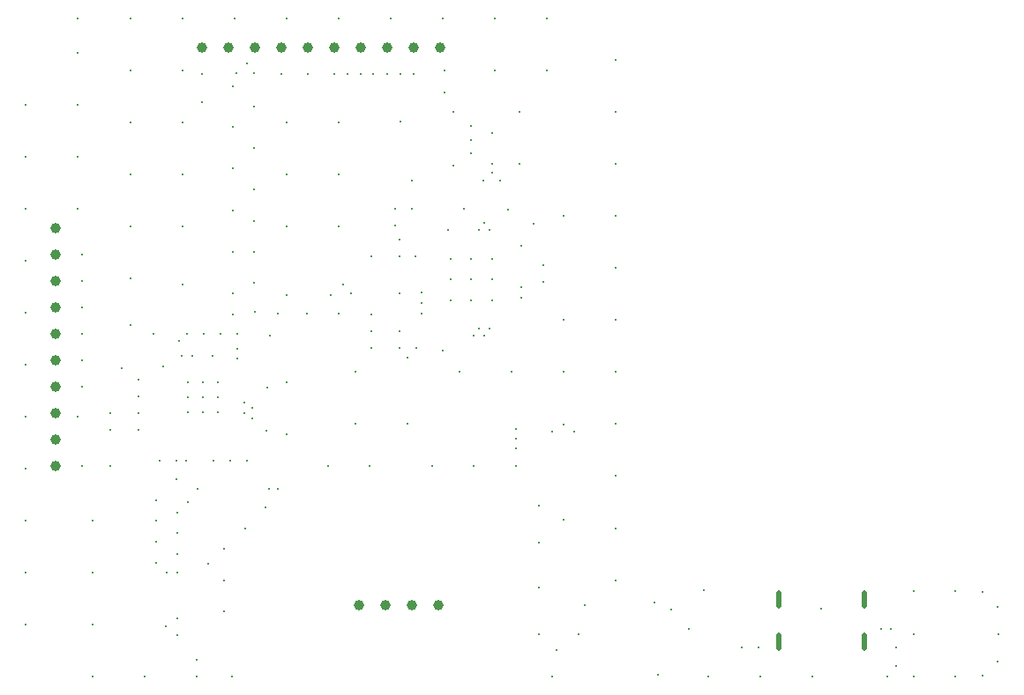
<source format=gbr>
%TF.GenerationSoftware,KiCad,Pcbnew,8.0.2*%
%TF.CreationDate,2024-05-14T20:52:12+07:00*%
%TF.ProjectId,HW.ACIM-DBG,48572e41-4349-44d2-9d44-42472e6b6963,0.0*%
%TF.SameCoordinates,Original*%
%TF.FileFunction,Plated,1,4,PTH,Mixed*%
%TF.FilePolarity,Positive*%
%FSLAX46Y46*%
G04 Gerber Fmt 4.6, Leading zero omitted, Abs format (unit mm)*
G04 Created by KiCad (PCBNEW 8.0.2) date 2024-05-14 20:52:12*
%MOMM*%
%LPD*%
G01*
G04 APERTURE LIST*
%TA.AperFunction,ViaDrill*%
%ADD10C,0.300000*%
%TD*%
G04 aperture for slot hole*
%TA.AperFunction,ComponentDrill*%
%ADD11C,0.500000*%
%TD*%
%TA.AperFunction,ComponentDrill*%
%ADD12C,1.000000*%
%TD*%
G04 APERTURE END LIST*
D10*
X110562700Y-44450000D03*
X110562700Y-49450000D03*
X110562700Y-54450000D03*
X110562700Y-59450000D03*
X110562700Y-64450000D03*
X110562700Y-69450000D03*
X110562700Y-74450000D03*
X110562700Y-79450000D03*
X110562700Y-84450000D03*
X110562700Y-89450000D03*
X110562700Y-94450000D03*
X115562700Y-36150000D03*
X115562700Y-39450000D03*
X115562700Y-44450000D03*
X115562700Y-49450000D03*
X115562700Y-54450000D03*
X115562700Y-74450000D03*
X115975000Y-58860200D03*
X115975000Y-61400200D03*
X115975000Y-63940200D03*
X115975000Y-66480200D03*
X115975000Y-69020200D03*
X115975000Y-71560200D03*
X115975000Y-79180200D03*
X116962700Y-84450000D03*
X116962700Y-89450000D03*
X116962700Y-94450000D03*
X116962700Y-99450000D03*
X118675000Y-74100200D03*
X118675000Y-75700200D03*
X118675000Y-79180200D03*
X119750000Y-69800200D03*
X120562700Y-36150000D03*
X120562700Y-41150000D03*
X120562700Y-46150000D03*
X120562700Y-51150000D03*
X120562700Y-56150000D03*
X120562700Y-61150000D03*
X120562700Y-65650000D03*
X121375000Y-70900200D03*
X121375000Y-72500200D03*
X121375000Y-74100200D03*
X121375000Y-75700200D03*
X121962700Y-99450000D03*
X122817000Y-66450200D03*
X123067000Y-82450200D03*
X123067000Y-84450200D03*
X123067000Y-86450200D03*
X123067000Y-88450200D03*
X123362700Y-78700000D03*
X123767000Y-69600200D03*
X124012700Y-94550000D03*
X124067000Y-89450200D03*
X124962700Y-78700000D03*
X124962700Y-80425000D03*
X125062700Y-93825000D03*
X125062700Y-95450000D03*
X125067000Y-83650200D03*
X125067000Y-85650200D03*
X125067000Y-87650200D03*
X125067000Y-89450200D03*
X125225000Y-67175200D03*
X125517000Y-68600200D03*
X125562700Y-36150000D03*
X125562700Y-41150000D03*
X125562700Y-46150000D03*
X125562700Y-51150000D03*
X125562700Y-56150000D03*
X125562700Y-61750000D03*
X125967000Y-78700200D03*
X126017000Y-66450200D03*
X126067000Y-71150200D03*
X126067000Y-72600200D03*
X126067000Y-74050200D03*
X126067000Y-82650200D03*
X126517000Y-68600200D03*
X126962700Y-97825000D03*
X126962700Y-99450000D03*
X127067000Y-81400200D03*
X127432700Y-41500000D03*
X127432700Y-44200000D03*
X127517000Y-71150200D03*
X127517000Y-72600200D03*
X127517000Y-74050200D03*
X127617000Y-66450200D03*
X128067000Y-88600200D03*
X128517000Y-68600200D03*
X128562700Y-78700000D03*
X128967000Y-71150200D03*
X128967000Y-72600200D03*
X128967000Y-74050200D03*
X129217000Y-66450200D03*
X129574385Y-87150000D03*
X129574385Y-90150000D03*
X129574385Y-93150000D03*
X130162700Y-78700000D03*
X130312700Y-99450000D03*
X130425000Y-42700000D03*
X130425000Y-46600000D03*
X130425000Y-50600000D03*
X130425000Y-54600000D03*
X130425000Y-58600000D03*
X130425000Y-62600000D03*
X130425000Y-64600000D03*
X130562700Y-36150000D03*
X130762700Y-41450000D03*
X130817000Y-66450200D03*
X130817000Y-67950200D03*
X130817000Y-68850200D03*
X131517000Y-73100200D03*
X131517000Y-74100200D03*
X131574385Y-85150000D03*
X131762700Y-40450000D03*
X131762700Y-78700000D03*
X132267000Y-73600200D03*
X132267000Y-74600200D03*
X132425000Y-44600000D03*
X132425000Y-48600000D03*
X132425000Y-52600000D03*
X132425000Y-55600000D03*
X132425000Y-58600000D03*
X132425000Y-61600000D03*
X132462700Y-41450000D03*
X132562700Y-64350000D03*
X133574385Y-83150000D03*
X133667000Y-75800200D03*
X133767000Y-71600200D03*
X133867000Y-81400200D03*
X133962700Y-66650000D03*
X134762700Y-64550000D03*
X134767000Y-81400200D03*
X135052700Y-41500000D03*
X135562700Y-36150000D03*
X135562700Y-46150000D03*
X135562700Y-51150000D03*
X135562700Y-56150000D03*
X135562700Y-62750000D03*
X135562700Y-71150000D03*
X135562700Y-76150000D03*
X137562700Y-64550000D03*
X137592700Y-41500000D03*
X139574385Y-79150000D03*
X139862700Y-62750000D03*
X140132700Y-41500000D03*
X140562700Y-36150000D03*
X140562700Y-46150000D03*
X140562700Y-51150000D03*
X140562700Y-56150000D03*
X140562700Y-64550000D03*
X140975000Y-61750000D03*
X141425000Y-41500000D03*
X141775000Y-62550000D03*
X142162700Y-70150000D03*
X142162700Y-75150000D03*
X142672700Y-41500000D03*
X143574385Y-79150000D03*
X143725000Y-59000000D03*
X143725000Y-64650000D03*
X143725000Y-66250000D03*
X143725000Y-67850000D03*
X143925000Y-41500000D03*
X145225000Y-41500000D03*
X145562700Y-36150000D03*
X146025000Y-54450000D03*
X146025000Y-56050000D03*
X146425000Y-57400000D03*
X146425000Y-59000000D03*
X146425000Y-62550000D03*
X146425000Y-66250000D03*
X146425000Y-67850000D03*
X146525000Y-41500000D03*
X146525000Y-46100000D03*
X147150000Y-68800000D03*
X147162700Y-75150000D03*
X147625000Y-51750000D03*
X147625000Y-54450000D03*
X147752700Y-41500000D03*
X147975000Y-59000000D03*
X148050000Y-67850000D03*
X148575000Y-62500000D03*
X148575000Y-63500000D03*
X148575000Y-64500000D03*
X149574385Y-79150000D03*
X150562700Y-36150000D03*
X150575000Y-68075000D03*
X150725000Y-41150000D03*
X150725000Y-43250000D03*
X151075000Y-56500000D03*
X151325000Y-59300000D03*
X151325000Y-61250000D03*
X151325000Y-63250000D03*
X151625000Y-45100000D03*
X151625000Y-50300000D03*
X152162700Y-70150000D03*
X152575000Y-54450000D03*
X153275000Y-46525000D03*
X153275000Y-47825000D03*
X153275000Y-59250000D03*
X153325000Y-49125000D03*
X153325000Y-61250000D03*
X153325000Y-63250000D03*
X153574385Y-79150000D03*
X153575000Y-66650000D03*
X154075000Y-56500000D03*
X154075000Y-66000000D03*
X154475000Y-51750000D03*
X154575000Y-55850000D03*
X154575000Y-66650000D03*
X155075000Y-56500000D03*
X155075000Y-66000000D03*
X155275000Y-47175000D03*
X155275000Y-50150000D03*
X155275000Y-51025000D03*
X155325000Y-59250000D03*
X155325000Y-61250000D03*
X155325000Y-63250000D03*
X155562700Y-36150000D03*
X155562700Y-41150000D03*
X156075000Y-51750000D03*
X156875000Y-54500000D03*
X157162700Y-70150000D03*
X157562700Y-75650000D03*
X157562700Y-76550000D03*
X157562700Y-77450000D03*
X157574385Y-79150000D03*
X157962700Y-45150000D03*
X157975000Y-50150000D03*
X158075000Y-58000000D03*
X158075000Y-61950000D03*
X158075000Y-63000000D03*
X159275000Y-55925000D03*
X159774385Y-82950000D03*
X159774385Y-86550000D03*
X159774385Y-90850000D03*
X159802700Y-95350000D03*
X160225000Y-59900000D03*
X160225000Y-61500000D03*
X160562700Y-36150000D03*
X160562700Y-41150000D03*
X161087500Y-99412500D03*
X161112700Y-75900000D03*
X161502700Y-96850000D03*
X162162700Y-55150000D03*
X162162700Y-65150000D03*
X162162700Y-70150000D03*
X162162700Y-75175000D03*
X162174385Y-84350000D03*
X163212700Y-75900000D03*
X163602700Y-95350000D03*
X164174385Y-92550000D03*
X167162700Y-40150000D03*
X167162700Y-45150000D03*
X167162700Y-50150000D03*
X167162700Y-55150000D03*
X167162700Y-60150000D03*
X167162700Y-65150000D03*
X167162700Y-70150000D03*
X167162700Y-75150000D03*
X167162700Y-80150000D03*
X167162700Y-85150000D03*
X167162700Y-90150000D03*
X170924385Y-92277911D03*
X171256350Y-99243650D03*
X172524385Y-93002911D03*
X174174385Y-94850000D03*
X175624385Y-91077911D03*
X176087500Y-99412500D03*
X179275100Y-96580100D03*
X180875100Y-96580100D03*
X181087500Y-99412500D03*
X186087500Y-99412500D03*
X186887500Y-92912500D03*
X192675100Y-94830100D03*
X193287500Y-99412500D03*
X193625100Y-94830100D03*
X194087500Y-96612500D03*
X194087500Y-98412500D03*
X195787500Y-91212500D03*
X195787500Y-95312500D03*
X195787500Y-99412500D03*
X199787500Y-91212500D03*
X199787500Y-99412500D03*
X202362700Y-91250000D03*
X202362700Y-99350000D03*
X203862700Y-92750000D03*
X203862700Y-97950000D03*
X203887500Y-95312500D03*
D11*
%TO.C,J2*%
X182825100Y-92675100D02*
X182825100Y-91375100D01*
X182825100Y-96725100D02*
X182825100Y-95425100D01*
X191025100Y-92675100D02*
X191025100Y-91375100D01*
X191025100Y-96725100D02*
X191025100Y-95425100D01*
D12*
%TO.C,J3*%
X113425000Y-56320200D03*
X113425000Y-58860200D03*
X113425000Y-61400200D03*
X113425000Y-63940200D03*
X113425000Y-66480200D03*
X113425000Y-69020200D03*
X113425000Y-71560200D03*
X113425000Y-74100200D03*
X113425000Y-76640200D03*
X113425000Y-79180200D03*
%TO.C,J1*%
X127432700Y-38950000D03*
X129972700Y-38950000D03*
X132512700Y-38950000D03*
X135052700Y-38950000D03*
X137592700Y-38950000D03*
X140132700Y-38950000D03*
%TO.C,J4*%
X142552700Y-92575000D03*
%TO.C,J1*%
X142672700Y-38950000D03*
%TO.C,J4*%
X145092700Y-92575000D03*
%TO.C,J1*%
X145212700Y-38950000D03*
%TO.C,J4*%
X147632700Y-92575000D03*
%TO.C,J1*%
X147752700Y-38950000D03*
%TO.C,J4*%
X150172700Y-92575000D03*
%TO.C,J1*%
X150292700Y-38950000D03*
M02*

</source>
